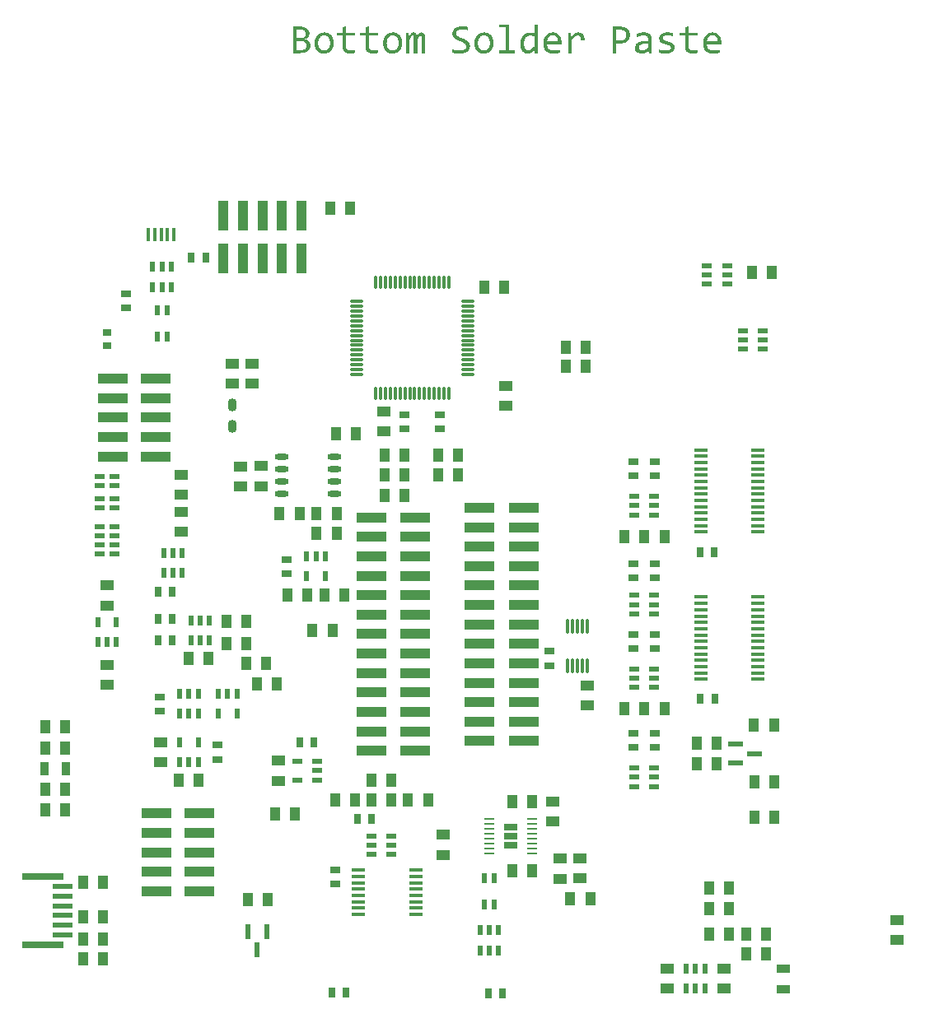
<source format=gbp>
G04 Layer_Color=128*
%FSLAX25Y25*%
%MOIN*%
G70*
G01*
G75*
%ADD10R,0.05315X0.04134*%
%ADD11R,0.03937X0.03143*%
%ADD13O,0.05512X0.01100*%
%ADD18R,0.05551X0.03583*%
%ADD19R,0.05709X0.03937*%
%ADD20R,0.03937X0.05709*%
%ADD21R,0.03143X0.03937*%
%ADD25R,0.02165X0.05906*%
%ADD26R,0.01575X0.05315*%
%ADD27R,0.16535X0.02756*%
%ADD28R,0.07874X0.02362*%
%ADD30R,0.03740X0.03150*%
%ADD31R,0.03583X0.05551*%
%ADD32R,0.04134X0.05315*%
%ADD37O,0.01100X0.05512*%
%ADD40O,0.05709X0.02362*%
%ADD98R,0.02165X0.04134*%
%ADD99R,0.03937X0.02362*%
%ADD100O,0.05512X0.01575*%
%ADD101O,0.03543X0.05315*%
%ADD102R,0.12400X0.04016*%
%ADD103R,0.04016X0.12400*%
%ADD104R,0.02362X0.04331*%
%ADD105R,0.05906X0.02165*%
%ADD106O,0.01150X0.06496*%
%ADD107O,0.05512X0.01600*%
%ADD108R,0.04134X0.02165*%
%ADD109R,0.03976X0.01150*%
%ADD111R,0.11900X0.04000*%
%ADD137R,0.05512X0.02756*%
G36*
X154899Y57628D02*
X158616D01*
Y56425D01*
X154899D01*
Y52235D01*
Y52216D01*
Y52198D01*
Y52089D01*
X154917Y51943D01*
X154954Y51743D01*
X155008Y51524D01*
X155099Y51305D01*
X155209Y51105D01*
X155373Y50923D01*
X155391Y50905D01*
X155464Y50850D01*
X155573Y50777D01*
X155719Y50704D01*
X155919Y50631D01*
X156156Y50558D01*
X156429Y50504D01*
X156757Y50485D01*
X157012D01*
X157140Y50504D01*
X157304D01*
X157632Y50540D01*
X157650D01*
X157723Y50558D01*
X157814D01*
X157942Y50595D01*
X158087Y50613D01*
X158251Y50649D01*
X158616Y50740D01*
Y49501D01*
X158598D01*
X158525Y49483D01*
X158433Y49465D01*
X158306Y49447D01*
X158142Y49410D01*
X157978Y49392D01*
X157595Y49338D01*
X157504D01*
X157413Y49319D01*
X157267D01*
X157122Y49301D01*
X156939D01*
X156557Y49283D01*
X156411D01*
X156302Y49301D01*
X156174D01*
X156028Y49319D01*
X155682Y49374D01*
X155318Y49447D01*
X154935Y49574D01*
X154571Y49738D01*
X154389Y49848D01*
X154243Y49975D01*
X154207Y50012D01*
X154115Y50103D01*
X154006Y50267D01*
X153860Y50504D01*
X153715Y50813D01*
X153605Y51178D01*
X153514Y51615D01*
X153478Y52125D01*
Y56425D01*
X151182D01*
Y57628D01*
X153478D01*
Y59887D01*
X154899Y60269D01*
Y57628D01*
D02*
G37*
G36*
X284224D02*
X287941D01*
Y56425D01*
X284224D01*
Y52235D01*
Y52216D01*
Y52198D01*
Y52089D01*
X284243Y51943D01*
X284279Y51743D01*
X284334Y51524D01*
X284425Y51305D01*
X284534Y51105D01*
X284698Y50923D01*
X284716Y50905D01*
X284789Y50850D01*
X284898Y50777D01*
X285044Y50704D01*
X285245Y50631D01*
X285482Y50558D01*
X285755Y50504D01*
X286083Y50485D01*
X286338D01*
X286466Y50504D01*
X286629D01*
X286957Y50540D01*
X286976D01*
X287049Y50558D01*
X287140D01*
X287267Y50595D01*
X287413Y50613D01*
X287577Y50649D01*
X287941Y50740D01*
Y49501D01*
X287923D01*
X287850Y49483D01*
X287759Y49465D01*
X287632Y49447D01*
X287468Y49410D01*
X287304Y49392D01*
X286921Y49338D01*
X286830D01*
X286739Y49319D01*
X286593D01*
X286447Y49301D01*
X286265D01*
X285882Y49283D01*
X285737D01*
X285627Y49301D01*
X285500D01*
X285354Y49319D01*
X285008Y49374D01*
X284644Y49447D01*
X284261Y49574D01*
X283896Y49738D01*
X283714Y49848D01*
X283569Y49975D01*
X283532Y50012D01*
X283441Y50103D01*
X283332Y50267D01*
X283186Y50504D01*
X283040Y50813D01*
X282931Y51178D01*
X282840Y51615D01*
X282803Y52125D01*
Y56425D01*
X280507D01*
Y57628D01*
X282803D01*
Y59887D01*
X284224Y60269D01*
Y57628D01*
D02*
G37*
G36*
X294245Y57755D02*
X294446Y57737D01*
X294683Y57701D01*
X294938Y57664D01*
X295193Y57591D01*
X295448Y57500D01*
X295484Y57482D01*
X295557Y57445D01*
X295685Y57391D01*
X295849Y57300D01*
X296013Y57190D01*
X296213Y57063D01*
X296395Y56899D01*
X296578Y56717D01*
X296596Y56698D01*
X296650Y56625D01*
X296742Y56516D01*
X296833Y56389D01*
X296942Y56207D01*
X297070Y56006D01*
X297179Y55769D01*
X297270Y55514D01*
X297288Y55478D01*
X297306Y55387D01*
X297343Y55241D01*
X297397Y55059D01*
X297434Y54822D01*
X297470Y54567D01*
X297489Y54275D01*
X297507Y53947D01*
Y53929D01*
Y53892D01*
Y53838D01*
Y53765D01*
Y53601D01*
X297489Y53419D01*
Y53382D01*
Y53291D01*
Y53182D01*
X297470Y53054D01*
X291695D01*
Y53036D01*
Y53000D01*
Y52927D01*
X291713Y52854D01*
Y52745D01*
X291731Y52617D01*
X291786Y52326D01*
X291859Y52016D01*
X291986Y51688D01*
X292150Y51378D01*
X292387Y51105D01*
X292423Y51068D01*
X292514Y50995D01*
X292678Y50886D01*
X292915Y50777D01*
X293207Y50649D01*
X293553Y50540D01*
X293954Y50467D01*
X294428Y50431D01*
X294883D01*
X295138Y50449D01*
X295193D01*
X295266Y50467D01*
X295357D01*
X295594Y50504D01*
X295830Y50522D01*
X295849D01*
X295885Y50540D01*
X295958D01*
X296049Y50558D01*
X296250Y50595D01*
X296486Y50631D01*
X296505D01*
X296541Y50649D01*
X296596Y50668D01*
X296669Y50686D01*
X296869Y50722D01*
X297070Y50777D01*
Y49611D01*
X297051D01*
X296960Y49593D01*
X296851Y49556D01*
X296687Y49520D01*
X296486Y49483D01*
X296268Y49429D01*
X296013Y49392D01*
X295739Y49356D01*
X295703D01*
X295612Y49338D01*
X295466Y49319D01*
X295284Y49301D01*
X295047Y49283D01*
X294792Y49265D01*
X294519Y49246D01*
X294045D01*
X293845Y49265D01*
X293608Y49283D01*
X293316Y49319D01*
X293006Y49356D01*
X292697Y49429D01*
X292405Y49520D01*
X292369Y49538D01*
X292278Y49574D01*
X292132Y49647D01*
X291968Y49738D01*
X291768Y49848D01*
X291549Y49994D01*
X291348Y50157D01*
X291148Y50358D01*
X291130Y50376D01*
X291075Y50449D01*
X290984Y50577D01*
X290875Y50722D01*
X290747Y50923D01*
X290638Y51141D01*
X290510Y51415D01*
X290419Y51688D01*
Y51706D01*
Y51724D01*
X290383Y51834D01*
X290346Y51998D01*
X290310Y52216D01*
X290273Y52490D01*
X290237Y52781D01*
X290219Y53127D01*
X290201Y53492D01*
Y53510D01*
Y53528D01*
Y53637D01*
X290219Y53801D01*
X290237Y54020D01*
X290255Y54257D01*
X290310Y54530D01*
X290365Y54822D01*
X290437Y55113D01*
Y55132D01*
X290456Y55150D01*
X290492Y55241D01*
X290547Y55387D01*
X290620Y55587D01*
X290729Y55787D01*
X290857Y56024D01*
X291002Y56261D01*
X291166Y56480D01*
X291184Y56498D01*
X291257Y56571D01*
X291367Y56680D01*
X291494Y56826D01*
X291676Y56972D01*
X291877Y57136D01*
X292095Y57281D01*
X292351Y57427D01*
X292387Y57445D01*
X292478Y57482D01*
X292624Y57537D01*
X292806Y57609D01*
X293043Y57664D01*
X293316Y57719D01*
X293608Y57755D01*
X293936Y57773D01*
X294081D01*
X294245Y57755D01*
D02*
G37*
G36*
X145661Y57628D02*
X149378D01*
Y56425D01*
X145661D01*
Y52235D01*
Y52216D01*
Y52198D01*
Y52089D01*
X145679Y51943D01*
X145716Y51743D01*
X145771Y51524D01*
X145862Y51305D01*
X145971Y51105D01*
X146135Y50923D01*
X146153Y50905D01*
X146226Y50850D01*
X146335Y50777D01*
X146481Y50704D01*
X146682Y50631D01*
X146918Y50558D01*
X147192Y50504D01*
X147520Y50485D01*
X147775D01*
X147902Y50504D01*
X148066D01*
X148394Y50540D01*
X148413D01*
X148485Y50558D01*
X148576D01*
X148704Y50595D01*
X148850Y50613D01*
X149014Y50649D01*
X149378Y50740D01*
Y49501D01*
X149360D01*
X149287Y49483D01*
X149196Y49465D01*
X149068Y49447D01*
X148905Y49410D01*
X148740Y49392D01*
X148358Y49338D01*
X148267D01*
X148176Y49319D01*
X148030D01*
X147884Y49301D01*
X147702D01*
X147319Y49283D01*
X147174D01*
X147064Y49301D01*
X146937D01*
X146791Y49319D01*
X146445Y49374D01*
X146080Y49447D01*
X145698Y49574D01*
X145333Y49738D01*
X145151Y49848D01*
X145005Y49975D01*
X144969Y50012D01*
X144878Y50103D01*
X144769Y50267D01*
X144623Y50504D01*
X144477Y50813D01*
X144368Y51178D01*
X144277Y51615D01*
X144240Y52125D01*
Y56425D01*
X141944D01*
Y57628D01*
X144240D01*
Y59887D01*
X145661Y60269D01*
Y57628D01*
D02*
G37*
G36*
X266642Y57755D02*
X266843Y57737D01*
X267079Y57701D01*
X267535Y57609D01*
X267553D01*
X267644Y57573D01*
X267754Y57537D01*
X267881Y57482D01*
X268045Y57409D01*
X268209Y57318D01*
X268373Y57227D01*
X268537Y57099D01*
X268555Y57081D01*
X268610Y57045D01*
X268683Y56972D01*
X268774Y56881D01*
X268883Y56753D01*
X268992Y56607D01*
X269084Y56443D01*
X269175Y56261D01*
X269193Y56243D01*
X269211Y56170D01*
X269248Y56061D01*
X269302Y55915D01*
X269339Y55751D01*
X269375Y55532D01*
X269393Y55314D01*
X269411Y55059D01*
Y49392D01*
X268118D01*
X268081Y50485D01*
X268045Y50449D01*
X267972Y50376D01*
X267826Y50267D01*
X267662Y50121D01*
X267444Y49975D01*
X267225Y49811D01*
X266970Y49665D01*
X266715Y49538D01*
X266679Y49520D01*
X266587Y49501D01*
X266460Y49447D01*
X266278Y49392D01*
X266059Y49338D01*
X265804Y49301D01*
X265549Y49265D01*
X265257Y49246D01*
X265148D01*
X265020Y49265D01*
X264857D01*
X264656Y49283D01*
X264456Y49319D01*
X264055Y49410D01*
X264037D01*
X263982Y49447D01*
X263891Y49483D01*
X263763Y49538D01*
X263508Y49702D01*
X263235Y49902D01*
X263217Y49921D01*
X263180Y49957D01*
X263126Y50030D01*
X263053Y50121D01*
X262980Y50230D01*
X262889Y50358D01*
X262761Y50649D01*
Y50668D01*
X262743Y50722D01*
X262725Y50813D01*
X262688Y50923D01*
X262670Y51068D01*
X262634Y51232D01*
X262615Y51579D01*
Y51597D01*
Y51633D01*
Y51706D01*
X262634Y51779D01*
X262652Y51888D01*
X262670Y52016D01*
X262725Y52289D01*
X262834Y52599D01*
X262998Y52927D01*
X263107Y53091D01*
X263235Y53237D01*
X263363Y53382D01*
X263527Y53528D01*
X263545D01*
X263563Y53565D01*
X263618Y53601D01*
X263709Y53637D01*
X263800Y53692D01*
X263909Y53747D01*
X264055Y53820D01*
X264219Y53892D01*
X264401Y53947D01*
X264601Y54020D01*
X264820Y54075D01*
X265075Y54129D01*
X265330Y54166D01*
X265622Y54202D01*
X265932Y54239D01*
X267972D01*
Y54949D01*
Y54986D01*
Y55077D01*
X267954Y55204D01*
X267917Y55368D01*
X267863Y55550D01*
X267772Y55751D01*
X267662Y55933D01*
X267498Y56115D01*
X267480Y56134D01*
X267407Y56188D01*
X267298Y56261D01*
X267152Y56334D01*
X266952Y56407D01*
X266697Y56480D01*
X266405Y56534D01*
X266077Y56553D01*
X265822D01*
X265640Y56534D01*
X265421Y56516D01*
X265203Y56480D01*
X264693Y56389D01*
X264656D01*
X264583Y56352D01*
X264438Y56316D01*
X264274Y56279D01*
X264055Y56207D01*
X263818Y56134D01*
X263563Y56042D01*
X263308Y55951D01*
Y57245D01*
X263326D01*
X263363Y57263D01*
X263399Y57281D01*
X263472Y57300D01*
X263654Y57354D01*
X263891Y57427D01*
X263909D01*
X263946Y57445D01*
X264018Y57464D01*
X264109Y57482D01*
X264346Y57537D01*
X264601Y57591D01*
X264620D01*
X264674Y57609D01*
X264747Y57628D01*
X264838Y57646D01*
X264948Y57664D01*
X265075Y57682D01*
X265367Y57719D01*
X265385D01*
X265440Y57737D01*
X265512D01*
X265622Y57755D01*
X265749D01*
X265877Y57773D01*
X266460D01*
X266642Y57755D01*
D02*
G37*
G36*
X257077Y60087D02*
X257313Y60069D01*
X257569Y60033D01*
X258115Y59923D01*
X258152D01*
X258243Y59887D01*
X258370Y59851D01*
X258552Y59778D01*
X258753Y59705D01*
X258953Y59595D01*
X259172Y59486D01*
X259390Y59340D01*
X259409Y59322D01*
X259482Y59267D01*
X259591Y59195D01*
X259718Y59067D01*
X259864Y58921D01*
X260010Y58757D01*
X260156Y58557D01*
X260283Y58338D01*
X260301Y58302D01*
X260338Y58229D01*
X260393Y58101D01*
X260447Y57919D01*
X260502Y57701D01*
X260557Y57445D01*
X260593Y57154D01*
X260611Y56826D01*
Y56789D01*
Y56717D01*
X260593Y56589D01*
X260575Y56425D01*
X260557Y56225D01*
X260502Y55988D01*
X260447Y55751D01*
X260356Y55514D01*
X260338Y55478D01*
X260320Y55405D01*
X260247Y55277D01*
X260174Y55132D01*
X260065Y54949D01*
X259937Y54767D01*
X259773Y54567D01*
X259591Y54366D01*
X259573Y54348D01*
X259500Y54275D01*
X259390Y54184D01*
X259245Y54075D01*
X259044Y53947D01*
X258826Y53801D01*
X258571Y53674D01*
X258279Y53546D01*
X258243Y53528D01*
X258133Y53492D01*
X257969Y53455D01*
X257733Y53401D01*
X257459Y53328D01*
X257131Y53291D01*
X256749Y53255D01*
X256348Y53237D01*
X255036D01*
Y49392D01*
X253578D01*
Y60106D01*
X256876D01*
X257077Y60087D01*
D02*
G37*
G36*
X127605D02*
X127824Y60069D01*
X128097Y60033D01*
X128389Y59960D01*
X128717Y59887D01*
X129045Y59778D01*
X129373Y59650D01*
X129701Y59468D01*
X129992Y59267D01*
X130265Y59012D01*
X130484Y58703D01*
X130666Y58356D01*
X130776Y57956D01*
X130794Y57737D01*
X130812Y57500D01*
Y57482D01*
Y57464D01*
Y57354D01*
X130794Y57190D01*
X130757Y56990D01*
X130703Y56753D01*
X130630Y56498D01*
X130539Y56243D01*
X130393Y56006D01*
X130375Y55988D01*
X130320Y55897D01*
X130211Y55787D01*
X130083Y55660D01*
X129901Y55514D01*
X129664Y55350D01*
X129391Y55204D01*
X129063Y55077D01*
X129081D01*
X129136Y55059D01*
X129227Y55040D01*
X129336Y55022D01*
X129591Y54931D01*
X129883Y54804D01*
X129901D01*
X129956Y54767D01*
X130028Y54731D01*
X130120Y54658D01*
X130338Y54512D01*
X130557Y54293D01*
X130575Y54275D01*
X130612Y54239D01*
X130666Y54166D01*
X130721Y54093D01*
X130794Y53984D01*
X130867Y53856D01*
X131012Y53546D01*
Y53528D01*
X131049Y53474D01*
X131067Y53382D01*
X131104Y53273D01*
X131140Y53127D01*
X131158Y52963D01*
X131195Y52599D01*
Y52562D01*
Y52471D01*
X131176Y52326D01*
X131158Y52125D01*
X131122Y51925D01*
X131067Y51688D01*
X130994Y51451D01*
X130885Y51214D01*
X130867Y51196D01*
X130830Y51123D01*
X130757Y51014D01*
X130666Y50868D01*
X130557Y50722D01*
X130411Y50540D01*
X130247Y50376D01*
X130047Y50212D01*
X130028Y50194D01*
X129956Y50139D01*
X129828Y50066D01*
X129682Y49994D01*
X129482Y49884D01*
X129263Y49775D01*
X129008Y49684D01*
X128717Y49593D01*
X128680D01*
X128589Y49556D01*
X128425Y49538D01*
X128225Y49501D01*
X127970Y49465D01*
X127678Y49429D01*
X127350Y49410D01*
X127004Y49392D01*
X124253D01*
Y60106D01*
X127423D01*
X127605Y60087D01*
D02*
G37*
G36*
X211636Y50577D02*
X214096D01*
Y49392D01*
X207500D01*
Y50577D01*
X210196D01*
Y59814D01*
X207773D01*
Y60980D01*
X211636D01*
Y50577D01*
D02*
G37*
G36*
X229583Y57755D02*
X229783Y57737D01*
X230020Y57701D01*
X230275Y57664D01*
X230530Y57591D01*
X230785Y57500D01*
X230822Y57482D01*
X230894Y57445D01*
X231022Y57391D01*
X231186Y57300D01*
X231350Y57190D01*
X231550Y57063D01*
X231733Y56899D01*
X231915Y56717D01*
X231933Y56698D01*
X231988Y56625D01*
X232079Y56516D01*
X232170Y56389D01*
X232279Y56207D01*
X232407Y56006D01*
X232516Y55769D01*
X232607Y55514D01*
X232625Y55478D01*
X232644Y55387D01*
X232680Y55241D01*
X232735Y55059D01*
X232771Y54822D01*
X232808Y54567D01*
X232826Y54275D01*
X232844Y53947D01*
Y53929D01*
Y53892D01*
Y53838D01*
Y53765D01*
Y53601D01*
X232826Y53419D01*
Y53382D01*
Y53291D01*
Y53182D01*
X232808Y53054D01*
X227032D01*
Y53036D01*
Y53000D01*
Y52927D01*
X227050Y52854D01*
Y52745D01*
X227068Y52617D01*
X227123Y52326D01*
X227196Y52016D01*
X227323Y51688D01*
X227487Y51378D01*
X227724Y51105D01*
X227761Y51068D01*
X227852Y50995D01*
X228016Y50886D01*
X228253Y50777D01*
X228544Y50649D01*
X228890Y50540D01*
X229291Y50467D01*
X229765Y50431D01*
X230220D01*
X230475Y50449D01*
X230530D01*
X230603Y50467D01*
X230694D01*
X230931Y50504D01*
X231168Y50522D01*
X231186D01*
X231222Y50540D01*
X231295D01*
X231386Y50558D01*
X231587Y50595D01*
X231824Y50631D01*
X231842D01*
X231878Y50649D01*
X231933Y50668D01*
X232006Y50686D01*
X232206Y50722D01*
X232407Y50777D01*
Y49611D01*
X232388D01*
X232297Y49593D01*
X232188Y49556D01*
X232024Y49520D01*
X231824Y49483D01*
X231605Y49429D01*
X231350Y49392D01*
X231077Y49356D01*
X231040D01*
X230949Y49338D01*
X230803Y49319D01*
X230621Y49301D01*
X230384Y49283D01*
X230129Y49265D01*
X229856Y49246D01*
X229382D01*
X229182Y49265D01*
X228945Y49283D01*
X228653Y49319D01*
X228344Y49356D01*
X228034Y49429D01*
X227742Y49520D01*
X227706Y49538D01*
X227615Y49574D01*
X227469Y49647D01*
X227305Y49738D01*
X227105Y49848D01*
X226886Y49994D01*
X226686Y50157D01*
X226485Y50358D01*
X226467Y50376D01*
X226412Y50449D01*
X226321Y50577D01*
X226212Y50722D01*
X226084Y50923D01*
X225975Y51141D01*
X225848Y51415D01*
X225756Y51688D01*
Y51706D01*
Y51724D01*
X225720Y51834D01*
X225683Y51998D01*
X225647Y52216D01*
X225611Y52490D01*
X225574Y52781D01*
X225556Y53127D01*
X225538Y53492D01*
Y53510D01*
Y53528D01*
Y53637D01*
X225556Y53801D01*
X225574Y54020D01*
X225592Y54257D01*
X225647Y54530D01*
X225702Y54822D01*
X225775Y55113D01*
Y55132D01*
X225793Y55150D01*
X225829Y55241D01*
X225884Y55387D01*
X225957Y55587D01*
X226066Y55787D01*
X226194Y56024D01*
X226340Y56261D01*
X226503Y56480D01*
X226522Y56498D01*
X226594Y56571D01*
X226704Y56680D01*
X226831Y56826D01*
X227014Y56972D01*
X227214Y57136D01*
X227433Y57281D01*
X227688Y57427D01*
X227724Y57445D01*
X227815Y57482D01*
X227961Y57537D01*
X228143Y57609D01*
X228380Y57664D01*
X228653Y57719D01*
X228945Y57755D01*
X229273Y57773D01*
X229419D01*
X229583Y57755D01*
D02*
G37*
G36*
X276208D02*
X276390D01*
X276809Y57719D01*
X276827D01*
X276918Y57701D01*
X277028D01*
X277191Y57682D01*
X277374Y57646D01*
X277574Y57628D01*
X277811Y57573D01*
X278048Y57537D01*
Y56261D01*
X278011D01*
X277939Y56298D01*
X277811Y56316D01*
X277629Y56352D01*
X277447Y56389D01*
X277228Y56425D01*
X276772Y56498D01*
X276754D01*
X276663Y56516D01*
X276554Y56534D01*
X276408Y56553D01*
X276244D01*
X276080Y56571D01*
X275716Y56589D01*
X275534D01*
X275406Y56571D01*
X275114Y56553D01*
X274823Y56498D01*
X274805D01*
X274768Y56480D01*
X274695Y56462D01*
X274604Y56443D01*
X274422Y56352D01*
X274222Y56261D01*
X274185Y56243D01*
X274094Y56170D01*
X274003Y56061D01*
X273912Y55933D01*
X273894Y55897D01*
X273875Y55806D01*
X273839Y55678D01*
X273821Y55514D01*
Y55496D01*
Y55478D01*
X273839Y55387D01*
X273857Y55259D01*
X273894Y55113D01*
X273912Y55077D01*
X273967Y55004D01*
X274076Y54895D01*
X274222Y54767D01*
X274240D01*
X274258Y54731D01*
X274313Y54712D01*
X274386Y54658D01*
X274495Y54603D01*
X274604Y54549D01*
X274732Y54494D01*
X274878Y54421D01*
X274896D01*
X274950Y54384D01*
X275042Y54366D01*
X275169Y54312D01*
X275333Y54257D01*
X275515Y54202D01*
X275716Y54148D01*
X275953Y54075D01*
X275989Y54057D01*
X276080Y54038D01*
X276208Y54002D01*
X276390Y53929D01*
X276590Y53874D01*
X276791Y53783D01*
X276991Y53710D01*
X277191Y53619D01*
X277210Y53601D01*
X277283Y53583D01*
X277356Y53528D01*
X277483Y53474D01*
X277738Y53291D01*
X277993Y53091D01*
X278011Y53073D01*
X278048Y53036D01*
X278102Y52982D01*
X278175Y52909D01*
X278321Y52708D01*
X278394Y52581D01*
X278449Y52453D01*
Y52435D01*
X278467Y52399D01*
X278503Y52307D01*
X278521Y52216D01*
X278558Y52089D01*
X278576Y51961D01*
X278594Y51633D01*
Y51615D01*
Y51560D01*
Y51469D01*
X278576Y51378D01*
X278521Y51123D01*
X278430Y50850D01*
Y50832D01*
X278412Y50795D01*
X278376Y50722D01*
X278321Y50649D01*
X278194Y50449D01*
X278030Y50230D01*
X278011Y50212D01*
X277993Y50194D01*
X277939Y50139D01*
X277866Y50085D01*
X277665Y49939D01*
X277428Y49775D01*
X277410D01*
X277374Y49738D01*
X277301Y49720D01*
X277210Y49665D01*
X276991Y49574D01*
X276718Y49483D01*
X276699D01*
X276663Y49465D01*
X276572Y49447D01*
X276481Y49429D01*
X276372Y49392D01*
X276226Y49374D01*
X275934Y49319D01*
X275916D01*
X275861Y49301D01*
X275788D01*
X275679Y49283D01*
X275442Y49265D01*
X275151Y49246D01*
X274841D01*
X274641Y49265D01*
X274404D01*
X274149Y49283D01*
X273602Y49319D01*
X273566D01*
X273493Y49338D01*
X273347Y49356D01*
X273183Y49374D01*
X272964Y49410D01*
X272746Y49447D01*
X272254Y49556D01*
Y50868D01*
X272290D01*
X272381Y50832D01*
X272509Y50795D01*
X272691Y50740D01*
X272910Y50686D01*
X273147Y50631D01*
X273675Y50540D01*
X273711D01*
X273803Y50522D01*
X273930Y50504D01*
X274112D01*
X274331Y50485D01*
X274568Y50467D01*
X275096Y50449D01*
X275260D01*
X275442Y50467D01*
X275661Y50485D01*
X275916Y50522D01*
X276171Y50558D01*
X276408Y50631D01*
X276608Y50722D01*
X276627Y50740D01*
X276681Y50777D01*
X276772Y50832D01*
X276864Y50923D01*
X276955Y51032D01*
X277046Y51178D01*
X277100Y51342D01*
X277119Y51524D01*
Y51542D01*
Y51560D01*
X277100Y51652D01*
X277082Y51779D01*
X277028Y51907D01*
X277009Y51943D01*
X276973Y52016D01*
X276882Y52125D01*
X276736Y52253D01*
X276699Y52289D01*
X276645Y52307D01*
X276590Y52362D01*
X276499Y52399D01*
X276390Y52453D01*
X276244Y52526D01*
X276098Y52581D01*
X276080D01*
X276025Y52617D01*
X275934Y52654D01*
X275788Y52708D01*
X275625Y52763D01*
X275424Y52836D01*
X275205Y52909D01*
X274932Y52982D01*
X274914D01*
X274841Y53018D01*
X274732Y53036D01*
X274604Y53091D01*
X274440Y53145D01*
X274276Y53200D01*
X273912Y53346D01*
X273894Y53364D01*
X273839Y53382D01*
X273748Y53437D01*
X273639Y53492D01*
X273365Y53637D01*
X273092Y53838D01*
X273074Y53856D01*
X273037Y53892D01*
X272964Y53947D01*
X272892Y54038D01*
X272709Y54239D01*
X272545Y54512D01*
Y54530D01*
X272509Y54585D01*
X272491Y54658D01*
X272454Y54767D01*
X272418Y54895D01*
X272400Y55059D01*
X272363Y55241D01*
Y55423D01*
Y55441D01*
Y55478D01*
Y55550D01*
X272381Y55642D01*
X272400Y55751D01*
X272418Y55879D01*
X272509Y56170D01*
Y56188D01*
X272545Y56243D01*
X272582Y56316D01*
X272637Y56425D01*
X272709Y56534D01*
X272800Y56662D01*
X272928Y56808D01*
X273056Y56935D01*
X273074Y56954D01*
X273128Y56990D01*
X273219Y57063D01*
X273329Y57154D01*
X273475Y57245D01*
X273657Y57336D01*
X273857Y57445D01*
X274094Y57537D01*
X274131Y57555D01*
X274222Y57573D01*
X274349Y57609D01*
X274550Y57664D01*
X274786Y57701D01*
X275060Y57737D01*
X275388Y57755D01*
X275734Y57773D01*
X276062D01*
X276208Y57755D01*
D02*
G37*
G36*
X239877D02*
X239968D01*
X240096Y57737D01*
X240387Y57664D01*
X240697Y57573D01*
X241007Y57427D01*
X241316Y57209D01*
X241462Y57081D01*
X241590Y56935D01*
X241626Y56899D01*
X241644Y56844D01*
X241699Y56789D01*
X241735Y56698D01*
X241790Y56589D01*
X241863Y56462D01*
X241918Y56316D01*
X241972Y56152D01*
X242027Y55988D01*
X242081Y55787D01*
X242136Y55569D01*
X242173Y55314D01*
X242191Y55059D01*
X242209Y54785D01*
Y54494D01*
X240770D01*
Y54512D01*
Y54549D01*
Y54603D01*
Y54676D01*
X240752Y54858D01*
X240733Y55077D01*
X240697Y55332D01*
X240642Y55587D01*
X240551Y55842D01*
X240442Y56042D01*
X240423Y56061D01*
X240387Y56115D01*
X240296Y56207D01*
X240187Y56298D01*
X240041Y56371D01*
X239877Y56462D01*
X239676Y56516D01*
X239440Y56534D01*
X239330D01*
X239276Y56516D01*
X239093Y56498D01*
X238875Y56425D01*
X238857D01*
X238820Y56407D01*
X238766Y56389D01*
X238693Y56352D01*
X238492Y56243D01*
X238274Y56097D01*
X238255Y56079D01*
X238219Y56061D01*
X238164Y56006D01*
X238073Y55951D01*
X237873Y55751D01*
X237618Y55514D01*
X237599Y55496D01*
X237563Y55459D01*
X237490Y55387D01*
X237399Y55277D01*
X237290Y55150D01*
X237162Y55022D01*
X237035Y54858D01*
X236889Y54676D01*
Y49392D01*
X235450D01*
Y57628D01*
X236743D01*
X236779Y56097D01*
Y56115D01*
X236816Y56134D01*
X236907Y56243D01*
X237053Y56389D01*
X237235Y56589D01*
X237454Y56789D01*
X237690Y57008D01*
X237946Y57209D01*
X238219Y57373D01*
X238255Y57391D01*
X238346Y57427D01*
X238474Y57500D01*
X238674Y57573D01*
X238875Y57646D01*
X239130Y57719D01*
X239385Y57755D01*
X239658Y57773D01*
X239786D01*
X239877Y57755D01*
D02*
G37*
G36*
X193015Y60251D02*
X193234Y60233D01*
X193343D01*
X193434Y60215D01*
X193635Y60197D01*
X193871Y60160D01*
X193926D01*
X193999Y60142D01*
X194072D01*
X194272Y60106D01*
X194509Y60069D01*
X194564D01*
X194637Y60051D01*
X194710Y60033D01*
X194910Y59996D01*
X195110Y59960D01*
Y58648D01*
X195074D01*
X195001Y58684D01*
X194873Y58703D01*
X194710Y58739D01*
X194527Y58776D01*
X194309Y58830D01*
X193835Y58903D01*
X193817D01*
X193726Y58921D01*
X193616Y58939D01*
X193452Y58958D01*
X193270Y58976D01*
X193052Y58994D01*
X192614Y59012D01*
X192414D01*
X192195Y58994D01*
X191922Y58958D01*
X191612Y58903D01*
X191302Y58830D01*
X191029Y58721D01*
X190774Y58575D01*
X190756Y58557D01*
X190683Y58502D01*
X190592Y58411D01*
X190482Y58284D01*
X190373Y58120D01*
X190282Y57919D01*
X190209Y57701D01*
X190191Y57445D01*
Y57427D01*
Y57373D01*
X190209Y57300D01*
X190227Y57190D01*
X190300Y56954D01*
X190355Y56826D01*
X190428Y56698D01*
X190446Y56680D01*
X190464Y56644D01*
X190519Y56589D01*
X190592Y56516D01*
X190792Y56334D01*
X191047Y56134D01*
X191066Y56115D01*
X191120Y56097D01*
X191193Y56042D01*
X191321Y55988D01*
X191448Y55915D01*
X191594Y55842D01*
X191958Y55696D01*
X191976D01*
X192049Y55660D01*
X192140Y55623D01*
X192286Y55569D01*
X192432Y55514D01*
X192596Y55441D01*
X192979Y55277D01*
X192997D01*
X193070Y55241D01*
X193179Y55204D01*
X193307Y55150D01*
X193471Y55077D01*
X193635Y55004D01*
X194017Y54822D01*
X194035Y54804D01*
X194108Y54785D01*
X194199Y54731D01*
X194327Y54658D01*
X194618Y54457D01*
X194910Y54220D01*
X194928Y54202D01*
X194983Y54166D01*
X195056Y54093D01*
X195147Y53984D01*
X195238Y53874D01*
X195347Y53728D01*
X195548Y53401D01*
X195566Y53382D01*
X195584Y53310D01*
X195621Y53218D01*
X195675Y53091D01*
X195730Y52927D01*
X195766Y52726D01*
X195784Y52526D01*
X195803Y52289D01*
Y52253D01*
Y52162D01*
X195784Y52016D01*
X195766Y51834D01*
X195730Y51633D01*
X195657Y51396D01*
X195584Y51160D01*
X195475Y50941D01*
X195457Y50923D01*
X195420Y50850D01*
X195347Y50740D01*
X195256Y50613D01*
X195129Y50467D01*
X194983Y50303D01*
X194801Y50139D01*
X194600Y49994D01*
X194582Y49975D01*
X194509Y49939D01*
X194382Y49866D01*
X194236Y49775D01*
X194035Y49684D01*
X193817Y49593D01*
X193562Y49501D01*
X193270Y49429D01*
X193234D01*
X193143Y49392D01*
X192979Y49374D01*
X192760Y49338D01*
X192505Y49301D01*
X192213Y49283D01*
X191885Y49246D01*
X191284D01*
X191138Y49265D01*
X191011D01*
X190683Y49283D01*
X190610D01*
X190537Y49301D01*
X190428D01*
X190173Y49338D01*
X189881Y49374D01*
X189808D01*
X189735Y49392D01*
X189644D01*
X189408Y49429D01*
X189152Y49465D01*
X189134D01*
X189098Y49483D01*
X189025Y49501D01*
X188952Y49520D01*
X188752Y49574D01*
X188533Y49629D01*
Y51032D01*
X188569Y51014D01*
X188642Y50995D01*
X188770Y50959D01*
X188934Y50905D01*
X189134Y50832D01*
X189371Y50777D01*
X189626Y50722D01*
X189900Y50668D01*
X189936D01*
X190027Y50649D01*
X190191Y50631D01*
X190410Y50613D01*
X190665Y50577D01*
X190956Y50558D01*
X191284Y50540D01*
X191904D01*
X192068Y50558D01*
X192250D01*
X192450Y50595D01*
X192651Y50613D01*
X192851Y50649D01*
X192869D01*
X192942Y50668D01*
X193015Y50704D01*
X193143Y50722D01*
X193398Y50832D01*
X193653Y50959D01*
X193671Y50977D01*
X193707Y50995D01*
X193762Y51050D01*
X193835Y51105D01*
X193999Y51269D01*
X194126Y51487D01*
Y51506D01*
X194145Y51542D01*
X194181Y51615D01*
X194199Y51706D01*
X194236Y51815D01*
X194254Y51943D01*
X194272Y52216D01*
Y52235D01*
Y52289D01*
X194254Y52362D01*
X194236Y52471D01*
X194163Y52708D01*
X194108Y52818D01*
X194017Y52945D01*
X193999Y52963D01*
X193981Y53000D01*
X193926Y53054D01*
X193853Y53127D01*
X193762Y53218D01*
X193653Y53310D01*
X193379Y53492D01*
X193361Y53510D01*
X193307Y53528D01*
X193234Y53583D01*
X193124Y53637D01*
X192997Y53710D01*
X192851Y53783D01*
X192487Y53947D01*
X192469Y53965D01*
X192396Y53984D01*
X192305Y54020D01*
X192159Y54075D01*
X192013Y54129D01*
X191831Y54202D01*
X191448Y54348D01*
X191430Y54366D01*
X191357Y54384D01*
X191266Y54439D01*
X191138Y54494D01*
X190974Y54567D01*
X190811Y54640D01*
X190428Y54822D01*
X190410Y54840D01*
X190337Y54876D01*
X190246Y54913D01*
X190118Y54986D01*
X189991Y55077D01*
X189827Y55168D01*
X189517Y55405D01*
X189499Y55423D01*
X189462Y55459D01*
X189389Y55532D01*
X189298Y55642D01*
X189207Y55751D01*
X189098Y55897D01*
X188897Y56207D01*
X188879Y56225D01*
X188861Y56298D01*
X188824Y56389D01*
X188788Y56516D01*
X188733Y56680D01*
X188697Y56862D01*
X188679Y57081D01*
X188661Y57300D01*
Y57318D01*
Y57391D01*
X188679Y57500D01*
X188697Y57646D01*
X188715Y57810D01*
X188752Y57992D01*
X188806Y58192D01*
X188879Y58393D01*
X188897Y58411D01*
X188916Y58484D01*
X188988Y58575D01*
X189061Y58703D01*
X189152Y58848D01*
X189280Y59012D01*
X189426Y59176D01*
X189590Y59340D01*
X189608Y59359D01*
X189681Y59413D01*
X189790Y59486D01*
X189936Y59577D01*
X190100Y59686D01*
X190319Y59796D01*
X190555Y59905D01*
X190829Y60014D01*
X190865Y60033D01*
X190974Y60051D01*
X191120Y60087D01*
X191339Y60142D01*
X191612Y60197D01*
X191922Y60233D01*
X192268Y60251D01*
X192651Y60269D01*
X192833D01*
X193015Y60251D01*
D02*
G37*
G36*
X223224Y49392D02*
X221930D01*
X221876Y50941D01*
Y50923D01*
X221857Y50905D01*
X221766Y50795D01*
X221657Y50649D01*
X221493Y50449D01*
X221292Y50248D01*
X221074Y50030D01*
X220837Y49830D01*
X220582Y49647D01*
X220546Y49629D01*
X220454Y49593D01*
X220327Y49520D01*
X220126Y49447D01*
X219908Y49374D01*
X219653Y49301D01*
X219379Y49265D01*
X219070Y49246D01*
X218960D01*
X218815Y49265D01*
X218651Y49283D01*
X218468Y49319D01*
X218250Y49374D01*
X218049Y49447D01*
X217831Y49538D01*
X217812Y49556D01*
X217740Y49593D01*
X217649Y49665D01*
X217521Y49757D01*
X217375Y49866D01*
X217230Y50012D01*
X217084Y50176D01*
X216938Y50358D01*
X216920Y50376D01*
X216883Y50449D01*
X216810Y50577D01*
X216738Y50722D01*
X216646Y50923D01*
X216555Y51141D01*
X216464Y51378D01*
X216391Y51652D01*
Y51688D01*
X216373Y51779D01*
X216337Y51943D01*
X216318Y52143D01*
X216282Y52399D01*
X216246Y52690D01*
X216227Y53000D01*
Y53328D01*
Y53346D01*
Y53382D01*
Y53437D01*
Y53510D01*
X216246Y53692D01*
X216264Y53947D01*
X216300Y54239D01*
X216337Y54549D01*
X216410Y54876D01*
X216501Y55186D01*
Y55204D01*
X216519Y55223D01*
X216555Y55332D01*
X216628Y55478D01*
X216719Y55660D01*
X216829Y55879D01*
X216974Y56115D01*
X217138Y56352D01*
X217321Y56571D01*
X217339Y56589D01*
X217412Y56662D01*
X217521Y56771D01*
X217685Y56899D01*
X217867Y57026D01*
X218086Y57172D01*
X218323Y57300D01*
X218596Y57427D01*
X218632Y57445D01*
X218724Y57482D01*
X218887Y57518D01*
X219088Y57573D01*
X219325Y57628D01*
X219616Y57682D01*
X219926Y57701D01*
X220254Y57719D01*
X220491D01*
X220746Y57701D01*
X221019Y57664D01*
X221037D01*
X221092Y57646D01*
X221165D01*
X221256Y57628D01*
X221511Y57573D01*
X221784Y57500D01*
Y60980D01*
X223224D01*
Y49392D01*
D02*
G37*
G36*
X164920Y57755D02*
X165120Y57737D01*
X165375Y57701D01*
X165630Y57646D01*
X165904Y57573D01*
X166177Y57482D01*
X166214Y57464D01*
X166305Y57427D01*
X166432Y57373D01*
X166596Y57281D01*
X166778Y57172D01*
X166979Y57026D01*
X167179Y56862D01*
X167361Y56680D01*
X167379Y56662D01*
X167434Y56589D01*
X167525Y56480D01*
X167635Y56316D01*
X167762Y56134D01*
X167890Y55897D01*
X167999Y55642D01*
X168108Y55368D01*
X168127Y55332D01*
X168145Y55223D01*
X168199Y55059D01*
X168254Y54858D01*
X168290Y54585D01*
X168345Y54275D01*
X168363Y53929D01*
X168382Y53565D01*
Y53546D01*
Y53528D01*
Y53474D01*
Y53401D01*
X168363Y53218D01*
X168345Y52982D01*
X168309Y52708D01*
X168272Y52417D01*
X168199Y52107D01*
X168108Y51797D01*
X168090Y51761D01*
X168054Y51670D01*
X167999Y51524D01*
X167908Y51342D01*
X167799Y51123D01*
X167671Y50886D01*
X167507Y50649D01*
X167325Y50431D01*
X167307Y50412D01*
X167234Y50340D01*
X167124Y50230D01*
X166979Y50103D01*
X166797Y49975D01*
X166596Y49830D01*
X166341Y49684D01*
X166086Y49556D01*
X166050Y49538D01*
X165958Y49501D01*
X165813Y49465D01*
X165612Y49410D01*
X165357Y49338D01*
X165084Y49301D01*
X164774Y49265D01*
X164428Y49246D01*
X164282D01*
X164100Y49265D01*
X163900Y49283D01*
X163644Y49319D01*
X163371Y49356D01*
X163098Y49429D01*
X162824Y49520D01*
X162788Y49538D01*
X162715Y49574D01*
X162588Y49629D01*
X162424Y49720D01*
X162223Y49830D01*
X162041Y49975D01*
X161841Y50139D01*
X161640Y50321D01*
X161622Y50340D01*
X161567Y50412D01*
X161476Y50522D01*
X161367Y50686D01*
X161258Y50868D01*
X161130Y51105D01*
X161021Y51360D01*
X160911Y51633D01*
Y51652D01*
X160893Y51670D01*
X160875Y51779D01*
X160839Y51943D01*
X160784Y52162D01*
X160729Y52435D01*
X160693Y52745D01*
X160675Y53091D01*
X160656Y53455D01*
Y53474D01*
Y53492D01*
Y53546D01*
Y53619D01*
X160675Y53801D01*
X160693Y54020D01*
X160711Y54293D01*
X160766Y54585D01*
X160820Y54895D01*
X160911Y55186D01*
Y55204D01*
X160930Y55223D01*
X160966Y55314D01*
X161021Y55478D01*
X161112Y55660D01*
X161221Y55879D01*
X161367Y56097D01*
X161513Y56334D01*
X161695Y56553D01*
X161713Y56571D01*
X161786Y56644D01*
X161895Y56753D01*
X162041Y56881D01*
X162223Y57026D01*
X162442Y57172D01*
X162679Y57318D01*
X162934Y57445D01*
X162970Y57464D01*
X163061Y57500D01*
X163207Y57555D01*
X163408Y57609D01*
X163663Y57664D01*
X163936Y57719D01*
X164246Y57755D01*
X164592Y57773D01*
X164738D01*
X164920Y57755D01*
D02*
G37*
G36*
X201870D02*
X202070Y57737D01*
X202326Y57701D01*
X202581Y57646D01*
X202854Y57573D01*
X203127Y57482D01*
X203164Y57464D01*
X203255Y57427D01*
X203382Y57373D01*
X203546Y57281D01*
X203728Y57172D01*
X203929Y57026D01*
X204129Y56862D01*
X204311Y56680D01*
X204330Y56662D01*
X204384Y56589D01*
X204475Y56480D01*
X204585Y56316D01*
X204712Y56134D01*
X204840Y55897D01*
X204949Y55642D01*
X205059Y55368D01*
X205077Y55332D01*
X205095Y55223D01*
X205150Y55059D01*
X205204Y54858D01*
X205241Y54585D01*
X205295Y54275D01*
X205314Y53929D01*
X205332Y53565D01*
Y53546D01*
Y53528D01*
Y53474D01*
Y53401D01*
X205314Y53218D01*
X205295Y52982D01*
X205259Y52708D01*
X205223Y52417D01*
X205150Y52107D01*
X205059Y51797D01*
X205040Y51761D01*
X205004Y51670D01*
X204949Y51524D01*
X204858Y51342D01*
X204749Y51123D01*
X204621Y50886D01*
X204457Y50649D01*
X204275Y50431D01*
X204257Y50412D01*
X204184Y50340D01*
X204075Y50230D01*
X203929Y50103D01*
X203747Y49975D01*
X203546Y49830D01*
X203291Y49684D01*
X203036Y49556D01*
X203000Y49538D01*
X202908Y49501D01*
X202763Y49465D01*
X202562Y49410D01*
X202307Y49338D01*
X202034Y49301D01*
X201724Y49265D01*
X201378Y49246D01*
X201232D01*
X201050Y49265D01*
X200850Y49283D01*
X200595Y49319D01*
X200321Y49356D01*
X200048Y49429D01*
X199775Y49520D01*
X199738Y49538D01*
X199665Y49574D01*
X199538Y49629D01*
X199374Y49720D01*
X199173Y49830D01*
X198991Y49975D01*
X198791Y50139D01*
X198590Y50321D01*
X198572Y50340D01*
X198518Y50412D01*
X198426Y50522D01*
X198317Y50686D01*
X198208Y50868D01*
X198080Y51105D01*
X197971Y51360D01*
X197862Y51633D01*
Y51652D01*
X197843Y51670D01*
X197825Y51779D01*
X197789Y51943D01*
X197734Y52162D01*
X197679Y52435D01*
X197643Y52745D01*
X197625Y53091D01*
X197607Y53455D01*
Y53474D01*
Y53492D01*
Y53546D01*
Y53619D01*
X197625Y53801D01*
X197643Y54020D01*
X197661Y54293D01*
X197716Y54585D01*
X197771Y54895D01*
X197862Y55186D01*
Y55204D01*
X197880Y55223D01*
X197916Y55314D01*
X197971Y55478D01*
X198062Y55660D01*
X198171Y55879D01*
X198317Y56097D01*
X198463Y56334D01*
X198645Y56553D01*
X198663Y56571D01*
X198736Y56644D01*
X198846Y56753D01*
X198991Y56881D01*
X199173Y57026D01*
X199392Y57172D01*
X199629Y57318D01*
X199884Y57445D01*
X199920Y57464D01*
X200012Y57500D01*
X200157Y57555D01*
X200358Y57609D01*
X200613Y57664D01*
X200886Y57719D01*
X201196Y57755D01*
X201542Y57773D01*
X201688D01*
X201870Y57755D01*
D02*
G37*
G36*
X176326D02*
X176417Y57737D01*
X176544Y57701D01*
X176672Y57646D01*
X176818Y57573D01*
X176963Y57482D01*
X177109Y57354D01*
X177255Y57190D01*
X177382Y56990D01*
X177510Y56771D01*
X177601Y56498D01*
X177674Y56170D01*
X177728Y55806D01*
X177747Y55387D01*
Y49392D01*
X176326D01*
Y55295D01*
Y55314D01*
Y55368D01*
Y55423D01*
Y55514D01*
X176307Y55714D01*
X176289Y55915D01*
Y55933D01*
Y55951D01*
X176271Y56061D01*
X176253Y56188D01*
X176198Y56316D01*
X176180Y56334D01*
X176162Y56389D01*
X176107Y56462D01*
X176052Y56516D01*
X176034Y56534D01*
X175998Y56553D01*
X175925Y56571D01*
X175834Y56589D01*
X175815D01*
X175742Y56571D01*
X175651Y56553D01*
X175542Y56480D01*
X175524Y56462D01*
X175469Y56407D01*
X175378Y56298D01*
X175269Y56152D01*
Y56134D01*
X175251Y56115D01*
X175214Y56061D01*
X175178Y56006D01*
X175068Y55806D01*
X174941Y55569D01*
Y55550D01*
X174904Y55496D01*
X174868Y55423D01*
X174813Y55314D01*
X174759Y55186D01*
X174686Y55040D01*
X174613Y54858D01*
X174522Y54676D01*
Y49392D01*
X173101D01*
Y55150D01*
Y55168D01*
Y55223D01*
Y55295D01*
Y55405D01*
X173082Y55642D01*
X173064Y55860D01*
Y55879D01*
Y55915D01*
X173046Y56024D01*
X173028Y56170D01*
X172973Y56298D01*
X172955Y56316D01*
X172937Y56389D01*
X172882Y56462D01*
X172827Y56516D01*
X172809Y56534D01*
X172773Y56553D01*
X172700Y56571D01*
X172609Y56589D01*
X172590D01*
X172518Y56571D01*
X172426Y56553D01*
X172335Y56498D01*
X172317Y56480D01*
X172263Y56425D01*
X172171Y56334D01*
X172062Y56188D01*
X172044Y56152D01*
X171971Y56042D01*
X171862Y55860D01*
X171734Y55623D01*
Y55605D01*
X171698Y55550D01*
X171661Y55478D01*
X171607Y55368D01*
X171552Y55241D01*
X171479Y55077D01*
X171388Y54876D01*
X171297Y54676D01*
Y49392D01*
X169876D01*
Y57628D01*
X171042D01*
X171115Y56061D01*
X171133Y56079D01*
X171151Y56134D01*
X171187Y56225D01*
X171242Y56334D01*
X171388Y56589D01*
X171534Y56844D01*
X171552Y56862D01*
X171570Y56899D01*
X171607Y56954D01*
X171661Y57026D01*
X171789Y57209D01*
X171953Y57373D01*
X171971Y57391D01*
X171989Y57409D01*
X172099Y57482D01*
X172244Y57573D01*
X172408Y57664D01*
X172426D01*
X172445Y57682D01*
X172572Y57719D01*
X172736Y57755D01*
X172937Y57773D01*
X173046D01*
X173173Y57755D01*
X173319Y57719D01*
X173483Y57664D01*
X173647Y57591D01*
X173811Y57482D01*
X173957Y57336D01*
X173975Y57318D01*
X174012Y57263D01*
X174066Y57154D01*
X174139Y57008D01*
X174194Y56808D01*
X174249Y56589D01*
X174285Y56316D01*
X174303Y55988D01*
X174321Y56006D01*
X174340Y56061D01*
X174376Y56134D01*
X174431Y56243D01*
X174558Y56480D01*
X174686Y56735D01*
Y56753D01*
X174722Y56789D01*
X174759Y56862D01*
X174813Y56935D01*
X174941Y57117D01*
X175087Y57300D01*
X175105Y57318D01*
X175123Y57336D01*
X175232Y57427D01*
X175378Y57537D01*
X175560Y57646D01*
X175578D01*
X175615Y57664D01*
X175670Y57682D01*
X175742Y57719D01*
X175943Y57755D01*
X176180Y57773D01*
X176253D01*
X176326Y57755D01*
D02*
G37*
G36*
X137207D02*
X137408Y57737D01*
X137663Y57701D01*
X137918Y57646D01*
X138191Y57573D01*
X138464Y57482D01*
X138501Y57464D01*
X138592Y57427D01*
X138719Y57373D01*
X138883Y57281D01*
X139066Y57172D01*
X139266Y57026D01*
X139467Y56862D01*
X139649Y56680D01*
X139667Y56662D01*
X139722Y56589D01*
X139813Y56480D01*
X139922Y56316D01*
X140050Y56134D01*
X140177Y55897D01*
X140286Y55642D01*
X140396Y55368D01*
X140414Y55332D01*
X140432Y55223D01*
X140487Y55059D01*
X140542Y54858D01*
X140578Y54585D01*
X140633Y54275D01*
X140651Y53929D01*
X140669Y53565D01*
Y53546D01*
Y53528D01*
Y53474D01*
Y53401D01*
X140651Y53218D01*
X140633Y52982D01*
X140596Y52708D01*
X140560Y52417D01*
X140487Y52107D01*
X140396Y51797D01*
X140377Y51761D01*
X140341Y51670D01*
X140286Y51524D01*
X140195Y51342D01*
X140086Y51123D01*
X139958Y50886D01*
X139795Y50649D01*
X139612Y50431D01*
X139594Y50412D01*
X139521Y50340D01*
X139412Y50230D01*
X139266Y50103D01*
X139084Y49975D01*
X138883Y49830D01*
X138628Y49684D01*
X138373Y49556D01*
X138337Y49538D01*
X138246Y49501D01*
X138100Y49465D01*
X137900Y49410D01*
X137645Y49338D01*
X137371Y49301D01*
X137062Y49265D01*
X136715Y49246D01*
X136569D01*
X136387Y49265D01*
X136187Y49283D01*
X135932Y49319D01*
X135659Y49356D01*
X135385Y49429D01*
X135112Y49520D01*
X135075Y49538D01*
X135003Y49574D01*
X134875Y49629D01*
X134711Y49720D01*
X134511Y49830D01*
X134328Y49975D01*
X134128Y50139D01*
X133928Y50321D01*
X133909Y50340D01*
X133855Y50412D01*
X133764Y50522D01*
X133654Y50686D01*
X133545Y50868D01*
X133417Y51105D01*
X133308Y51360D01*
X133199Y51633D01*
Y51652D01*
X133181Y51670D01*
X133162Y51779D01*
X133126Y51943D01*
X133071Y52162D01*
X133017Y52435D01*
X132980Y52745D01*
X132962Y53091D01*
X132944Y53455D01*
Y53474D01*
Y53492D01*
Y53546D01*
Y53619D01*
X132962Y53801D01*
X132980Y54020D01*
X132998Y54293D01*
X133053Y54585D01*
X133108Y54895D01*
X133199Y55186D01*
Y55204D01*
X133217Y55223D01*
X133254Y55314D01*
X133308Y55478D01*
X133399Y55660D01*
X133509Y55879D01*
X133654Y56097D01*
X133800Y56334D01*
X133982Y56553D01*
X134001Y56571D01*
X134073Y56644D01*
X134183Y56753D01*
X134328Y56881D01*
X134511Y57026D01*
X134729Y57172D01*
X134966Y57318D01*
X135221Y57445D01*
X135258Y57464D01*
X135349Y57500D01*
X135494Y57555D01*
X135695Y57609D01*
X135950Y57664D01*
X136223Y57719D01*
X136533Y57755D01*
X136879Y57773D01*
X137025D01*
X137207Y57755D01*
D02*
G37*
%LPC*%
G36*
X294063Y56625D02*
X293699D01*
X293589Y56607D01*
X293462Y56589D01*
X293316Y56553D01*
X293006Y56443D01*
X292988D01*
X292952Y56407D01*
X292879Y56371D01*
X292788Y56316D01*
X292569Y56152D01*
X292351Y55933D01*
X292332Y55915D01*
X292314Y55879D01*
X292259Y55806D01*
X292186Y55714D01*
X292114Y55605D01*
X292041Y55459D01*
X291895Y55150D01*
Y55132D01*
X291877Y55077D01*
X291840Y54986D01*
X291804Y54858D01*
X291768Y54712D01*
X291749Y54530D01*
X291695Y54148D01*
X296031D01*
Y54166D01*
Y54239D01*
Y54348D01*
Y54476D01*
X296013Y54621D01*
X295994Y54785D01*
X295903Y55132D01*
Y55150D01*
X295885Y55204D01*
X295849Y55295D01*
X295812Y55405D01*
X295685Y55660D01*
X295503Y55915D01*
X295484Y55933D01*
X295448Y55970D01*
X295393Y56024D01*
X295320Y56097D01*
X295211Y56188D01*
X295102Y56261D01*
X294810Y56425D01*
X294792Y56443D01*
X294737Y56462D01*
X294646Y56498D01*
X294537Y56534D01*
X294409Y56571D01*
X294245Y56589D01*
X294063Y56625D01*
D02*
G37*
G36*
X267972Y53145D02*
X265968D01*
X265840Y53127D01*
X265549Y53109D01*
X265239Y53036D01*
X265221D01*
X265184Y53018D01*
X265112Y53000D01*
X265020Y52963D01*
X264802Y52854D01*
X264601Y52726D01*
X264583D01*
X264565Y52690D01*
X264474Y52599D01*
X264346Y52435D01*
X264237Y52253D01*
Y52235D01*
X264219Y52198D01*
X264201Y52143D01*
X264182Y52070D01*
X264146Y51870D01*
X264128Y51633D01*
Y51615D01*
Y51597D01*
X264146Y51487D01*
X264164Y51342D01*
X264201Y51178D01*
Y51160D01*
X264219Y51141D01*
X264255Y51050D01*
X264328Y50923D01*
X264438Y50777D01*
X264474Y50759D01*
X264547Y50686D01*
X264693Y50595D01*
X264857Y50522D01*
X264875D01*
X264911Y50504D01*
X264966Y50485D01*
X265039D01*
X265239Y50449D01*
X265494Y50431D01*
X265585D01*
X265676Y50449D01*
X265822Y50467D01*
X265986Y50504D01*
X266187Y50558D01*
X266387Y50631D01*
X266624Y50722D01*
X266660Y50740D01*
X266733Y50777D01*
X266861Y50850D01*
X267025Y50959D01*
X267225Y51087D01*
X267462Y51251D01*
X267717Y51433D01*
X267972Y51670D01*
Y53145D01*
D02*
G37*
G36*
X256512Y58885D02*
X255036D01*
Y54476D01*
X256512D01*
X256603Y54494D01*
X256712D01*
X256840Y54512D01*
X257113Y54549D01*
X257441Y54621D01*
X257769Y54712D01*
X258097Y54858D01*
X258388Y55040D01*
X258425Y55059D01*
X258498Y55150D01*
X258607Y55277D01*
X258753Y55459D01*
X258880Y55714D01*
X258990Y56006D01*
X259063Y56352D01*
X259099Y56753D01*
Y56771D01*
Y56789D01*
Y56844D01*
X259081Y56917D01*
X259063Y57099D01*
X259008Y57336D01*
X258935Y57591D01*
X258807Y57846D01*
X258644Y58101D01*
X258407Y58320D01*
X258370Y58338D01*
X258279Y58411D01*
X258133Y58502D01*
X257915Y58612D01*
X257641Y58703D01*
X257332Y58794D01*
X256949Y58867D01*
X256512Y58885D01*
D02*
G37*
G36*
X127405Y54312D02*
X125710D01*
Y50631D01*
X127441D01*
X127551Y50649D01*
X127678D01*
X127952Y50686D01*
X128261Y50740D01*
X128571Y50832D01*
X128863Y50941D01*
X129118Y51087D01*
X129136Y51105D01*
X129209Y51178D01*
X129318Y51287D01*
X129427Y51451D01*
X129537Y51652D01*
X129646Y51907D01*
X129719Y52198D01*
X129737Y52544D01*
Y52562D01*
Y52617D01*
Y52690D01*
X129719Y52781D01*
X129664Y53018D01*
X129555Y53273D01*
Y53291D01*
X129518Y53328D01*
X129482Y53382D01*
X129427Y53474D01*
X129281Y53637D01*
X129063Y53820D01*
X129045Y53838D01*
X129008Y53856D01*
X128935Y53911D01*
X128844Y53947D01*
X128717Y54020D01*
X128589Y54075D01*
X128261Y54184D01*
X128243D01*
X128170Y54202D01*
X128079Y54220D01*
X127952Y54257D01*
X127787Y54275D01*
X127605Y54293D01*
X127405Y54312D01*
D02*
G37*
G36*
X127423Y58867D02*
X125710D01*
Y55532D01*
X127332D01*
X127441Y55550D01*
X127587D01*
X127733Y55569D01*
X128043Y55623D01*
X128061D01*
X128115Y55642D01*
X128188Y55678D01*
X128279Y55714D01*
X128498Y55806D01*
X128735Y55951D01*
X128753Y55970D01*
X128790Y55988D01*
X128899Y56097D01*
X129045Y56279D01*
X129190Y56498D01*
Y56516D01*
X129209Y56553D01*
X129245Y56625D01*
X129281Y56735D01*
X129300Y56844D01*
X129336Y56990D01*
X129354Y57300D01*
Y57318D01*
Y57354D01*
Y57409D01*
X129336Y57500D01*
X129318Y57682D01*
X129245Y57901D01*
Y57919D01*
X129227Y57956D01*
X129209Y58010D01*
X129172Y58065D01*
X129063Y58229D01*
X128899Y58393D01*
X128881Y58411D01*
X128863Y58429D01*
X128808Y58466D01*
X128735Y58520D01*
X128644Y58575D01*
X128516Y58630D01*
X128389Y58684D01*
X128243Y58739D01*
X128225D01*
X128170Y58757D01*
X128079Y58776D01*
X127952Y58812D01*
X127806Y58830D01*
X127623Y58848D01*
X127423Y58867D01*
D02*
G37*
G36*
X229400Y56625D02*
X229036D01*
X228927Y56607D01*
X228799Y56589D01*
X228653Y56553D01*
X228344Y56443D01*
X228325D01*
X228289Y56407D01*
X228216Y56371D01*
X228125Y56316D01*
X227906Y56152D01*
X227688Y55933D01*
X227670Y55915D01*
X227651Y55879D01*
X227597Y55806D01*
X227524Y55714D01*
X227451Y55605D01*
X227378Y55459D01*
X227232Y55150D01*
Y55132D01*
X227214Y55077D01*
X227178Y54986D01*
X227141Y54858D01*
X227105Y54712D01*
X227086Y54530D01*
X227032Y54148D01*
X231368D01*
Y54166D01*
Y54239D01*
Y54348D01*
Y54476D01*
X231350Y54621D01*
X231332Y54785D01*
X231241Y55132D01*
Y55150D01*
X231222Y55204D01*
X231186Y55295D01*
X231150Y55405D01*
X231022Y55660D01*
X230840Y55915D01*
X230822Y55933D01*
X230785Y55970D01*
X230731Y56024D01*
X230658Y56097D01*
X230548Y56188D01*
X230439Y56261D01*
X230147Y56425D01*
X230129Y56443D01*
X230075Y56462D01*
X229983Y56498D01*
X229874Y56534D01*
X229747Y56571D01*
X229583Y56589D01*
X229400Y56625D01*
D02*
G37*
G36*
X220145Y56534D02*
X220035D01*
X219944Y56516D01*
X219744Y56498D01*
X219489Y56443D01*
X219179Y56352D01*
X218887Y56207D01*
X218596Y56024D01*
X218323Y55769D01*
X218304Y55733D01*
X218232Y55623D01*
X218177Y55550D01*
X218122Y55441D01*
X218068Y55332D01*
X218013Y55204D01*
X217940Y55040D01*
X217885Y54876D01*
X217831Y54676D01*
X217794Y54457D01*
X217740Y54239D01*
X217721Y53984D01*
X217685Y53710D01*
Y53419D01*
Y53401D01*
Y53346D01*
Y53273D01*
Y53182D01*
X217703Y53054D01*
Y52909D01*
X217740Y52581D01*
X217794Y52216D01*
X217867Y51852D01*
X217976Y51506D01*
X218122Y51196D01*
X218141Y51160D01*
X218195Y51087D01*
X218304Y50959D01*
X218450Y50832D01*
X218614Y50704D01*
X218833Y50577D01*
X219070Y50504D01*
X219361Y50467D01*
X219452D01*
X219562Y50485D01*
X219707Y50522D01*
X219890Y50577D01*
X220072Y50668D01*
X220290Y50777D01*
X220509Y50941D01*
X220546Y50959D01*
X220618Y51032D01*
X220728Y51141D01*
X220892Y51305D01*
X221092Y51506D01*
X221292Y51761D01*
X221529Y52052D01*
X221784Y52380D01*
Y56188D01*
X221766D01*
X221730Y56225D01*
X221639Y56243D01*
X221548Y56279D01*
X221438Y56316D01*
X221292Y56371D01*
X220983Y56443D01*
X220965D01*
X220910Y56462D01*
X220837Y56480D01*
X220728Y56498D01*
X220600D01*
X220454Y56516D01*
X220145Y56534D01*
D02*
G37*
G36*
X164719Y56553D02*
X164410D01*
X164282Y56534D01*
X164136Y56516D01*
X163954Y56498D01*
X163772Y56443D01*
X163590Y56389D01*
X163408Y56298D01*
X163389Y56279D01*
X163335Y56243D01*
X163244Y56188D01*
X163153Y56115D01*
X163025Y56024D01*
X162897Y55915D01*
X162661Y55623D01*
X162642Y55605D01*
X162606Y55550D01*
X162569Y55459D01*
X162497Y55350D01*
X162424Y55204D01*
X162369Y55040D01*
X162296Y54858D01*
X162241Y54658D01*
Y54640D01*
X162223Y54567D01*
X162205Y54457D01*
X162187Y54312D01*
X162150Y54129D01*
X162132Y53929D01*
X162114Y53492D01*
Y53455D01*
Y53364D01*
X162132Y53218D01*
Y53036D01*
X162150Y52836D01*
X162187Y52599D01*
X162278Y52143D01*
Y52125D01*
X162314Y52052D01*
X162351Y51943D01*
X162406Y51815D01*
X162551Y51506D01*
X162752Y51196D01*
X162770Y51178D01*
X162806Y51141D01*
X162879Y51068D01*
X162970Y50995D01*
X163080Y50905D01*
X163207Y50813D01*
X163499Y50631D01*
X163517D01*
X163572Y50595D01*
X163681Y50577D01*
X163790Y50540D01*
X163954Y50504D01*
X164118Y50485D01*
X164319Y50449D01*
X164628D01*
X164738Y50467D01*
X164902Y50485D01*
X165066Y50504D01*
X165248Y50558D01*
X165430Y50613D01*
X165612Y50686D01*
X165630Y50704D01*
X165685Y50740D01*
X165776Y50795D01*
X165885Y50868D01*
X165995Y50959D01*
X166122Y51087D01*
X166359Y51360D01*
X166377Y51378D01*
X166414Y51433D01*
X166450Y51524D01*
X166523Y51633D01*
X166596Y51779D01*
X166651Y51943D01*
X166724Y52125D01*
X166778Y52326D01*
Y52344D01*
X166797Y52417D01*
X166833Y52544D01*
X166851Y52690D01*
X166888Y52854D01*
X166906Y53054D01*
X166924Y53492D01*
Y53528D01*
Y53619D01*
Y53765D01*
X166906Y53947D01*
X166888Y54148D01*
X166851Y54384D01*
X166797Y54603D01*
X166742Y54822D01*
Y54840D01*
X166705Y54913D01*
X166669Y55022D01*
X166614Y55168D01*
X166469Y55459D01*
X166377Y55623D01*
X166268Y55769D01*
X166250Y55787D01*
X166214Y55824D01*
X166141Y55897D01*
X166050Y55988D01*
X165940Y56079D01*
X165813Y56170D01*
X165503Y56352D01*
X165485Y56371D01*
X165430Y56389D01*
X165339Y56425D01*
X165211Y56462D01*
X165066Y56498D01*
X164902Y56516D01*
X164719Y56553D01*
D02*
G37*
G36*
X201670D02*
X201360D01*
X201232Y56534D01*
X201086Y56516D01*
X200904Y56498D01*
X200722Y56443D01*
X200540Y56389D01*
X200358Y56298D01*
X200340Y56279D01*
X200285Y56243D01*
X200194Y56188D01*
X200103Y56115D01*
X199975Y56024D01*
X199848Y55915D01*
X199611Y55623D01*
X199592Y55605D01*
X199556Y55550D01*
X199520Y55459D01*
X199447Y55350D01*
X199374Y55204D01*
X199319Y55040D01*
X199246Y54858D01*
X199192Y54658D01*
Y54640D01*
X199173Y54567D01*
X199155Y54457D01*
X199137Y54312D01*
X199101Y54129D01*
X199082Y53929D01*
X199064Y53492D01*
Y53455D01*
Y53364D01*
X199082Y53218D01*
Y53036D01*
X199101Y52836D01*
X199137Y52599D01*
X199228Y52143D01*
Y52125D01*
X199265Y52052D01*
X199301Y51943D01*
X199356Y51815D01*
X199501Y51506D01*
X199702Y51196D01*
X199720Y51178D01*
X199757Y51141D01*
X199829Y51068D01*
X199920Y50995D01*
X200030Y50905D01*
X200157Y50813D01*
X200449Y50631D01*
X200467D01*
X200522Y50595D01*
X200631Y50577D01*
X200740Y50540D01*
X200904Y50504D01*
X201068Y50485D01*
X201269Y50449D01*
X201578D01*
X201688Y50467D01*
X201852Y50485D01*
X202016Y50504D01*
X202198Y50558D01*
X202380Y50613D01*
X202562Y50686D01*
X202581Y50704D01*
X202635Y50740D01*
X202726Y50795D01*
X202836Y50868D01*
X202945Y50959D01*
X203073Y51087D01*
X203309Y51360D01*
X203328Y51378D01*
X203364Y51433D01*
X203400Y51524D01*
X203473Y51633D01*
X203546Y51779D01*
X203601Y51943D01*
X203674Y52125D01*
X203728Y52326D01*
Y52344D01*
X203747Y52417D01*
X203783Y52544D01*
X203801Y52690D01*
X203838Y52854D01*
X203856Y53054D01*
X203874Y53492D01*
Y53528D01*
Y53619D01*
Y53765D01*
X203856Y53947D01*
X203838Y54148D01*
X203801Y54384D01*
X203747Y54603D01*
X203692Y54822D01*
Y54840D01*
X203656Y54913D01*
X203619Y55022D01*
X203565Y55168D01*
X203419Y55459D01*
X203328Y55623D01*
X203218Y55769D01*
X203200Y55787D01*
X203164Y55824D01*
X203091Y55897D01*
X203000Y55988D01*
X202890Y56079D01*
X202763Y56170D01*
X202453Y56352D01*
X202435Y56371D01*
X202380Y56389D01*
X202289Y56425D01*
X202162Y56462D01*
X202016Y56498D01*
X201852Y56516D01*
X201670Y56553D01*
D02*
G37*
G36*
X137007D02*
X136697D01*
X136569Y56534D01*
X136424Y56516D01*
X136242Y56498D01*
X136059Y56443D01*
X135877Y56389D01*
X135695Y56298D01*
X135677Y56279D01*
X135622Y56243D01*
X135531Y56188D01*
X135440Y56115D01*
X135312Y56024D01*
X135185Y55915D01*
X134948Y55623D01*
X134930Y55605D01*
X134893Y55550D01*
X134857Y55459D01*
X134784Y55350D01*
X134711Y55204D01*
X134656Y55040D01*
X134583Y54858D01*
X134529Y54658D01*
Y54640D01*
X134511Y54567D01*
X134492Y54457D01*
X134474Y54312D01*
X134438Y54129D01*
X134420Y53929D01*
X134401Y53492D01*
Y53455D01*
Y53364D01*
X134420Y53218D01*
Y53036D01*
X134438Y52836D01*
X134474Y52599D01*
X134565Y52143D01*
Y52125D01*
X134602Y52052D01*
X134638Y51943D01*
X134693Y51815D01*
X134839Y51506D01*
X135039Y51196D01*
X135057Y51178D01*
X135094Y51141D01*
X135167Y51068D01*
X135258Y50995D01*
X135367Y50905D01*
X135494Y50813D01*
X135786Y50631D01*
X135804D01*
X135859Y50595D01*
X135968Y50577D01*
X136078Y50540D01*
X136242Y50504D01*
X136406Y50485D01*
X136606Y50449D01*
X136916D01*
X137025Y50467D01*
X137189Y50485D01*
X137353Y50504D01*
X137535Y50558D01*
X137717Y50613D01*
X137900Y50686D01*
X137918Y50704D01*
X137972Y50740D01*
X138064Y50795D01*
X138173Y50868D01*
X138282Y50959D01*
X138410Y51087D01*
X138647Y51360D01*
X138665Y51378D01*
X138701Y51433D01*
X138738Y51524D01*
X138811Y51633D01*
X138883Y51779D01*
X138938Y51943D01*
X139011Y52125D01*
X139066Y52326D01*
Y52344D01*
X139084Y52417D01*
X139120Y52544D01*
X139138Y52690D01*
X139175Y52854D01*
X139193Y53054D01*
X139211Y53492D01*
Y53528D01*
Y53619D01*
Y53765D01*
X139193Y53947D01*
X139175Y54148D01*
X139138Y54384D01*
X139084Y54603D01*
X139029Y54822D01*
Y54840D01*
X138993Y54913D01*
X138956Y55022D01*
X138902Y55168D01*
X138756Y55459D01*
X138665Y55623D01*
X138556Y55769D01*
X138537Y55787D01*
X138501Y55824D01*
X138428Y55897D01*
X138337Y55988D01*
X138227Y56079D01*
X138100Y56170D01*
X137790Y56352D01*
X137772Y56371D01*
X137717Y56389D01*
X137626Y56425D01*
X137499Y56462D01*
X137353Y56498D01*
X137189Y56516D01*
X137007Y56553D01*
D02*
G37*
%LPD*%
D10*
X79050Y-136327D02*
D03*
Y-144398D02*
D03*
X111150Y-125950D02*
D03*
Y-117879D02*
D03*
X243150Y-214698D02*
D03*
Y-206627D02*
D03*
X240350Y-284898D02*
D03*
Y-276827D02*
D03*
X298650Y-329598D02*
D03*
Y-321527D02*
D03*
X275450D02*
D03*
Y-329598D02*
D03*
X160850Y-95827D02*
D03*
Y-103898D02*
D03*
X229150Y-261798D02*
D03*
Y-253727D02*
D03*
X232150Y-284998D02*
D03*
Y-276927D02*
D03*
X99596Y-76422D02*
D03*
Y-84493D02*
D03*
X107550Y-76427D02*
D03*
Y-84498D02*
D03*
X368450Y-301827D02*
D03*
Y-309898D02*
D03*
X210250Y-93598D02*
D03*
Y-85527D02*
D03*
X118350Y-245298D02*
D03*
Y-237227D02*
D03*
X102850Y-117980D02*
D03*
Y-126050D02*
D03*
X70450Y-237898D02*
D03*
Y-229827D02*
D03*
X79050Y-129433D02*
D03*
Y-121362D02*
D03*
D11*
X56550Y-48005D02*
D03*
Y-53720D02*
D03*
X121750Y-161420D02*
D03*
Y-155705D02*
D03*
X227850Y-198620D02*
D03*
Y-192905D02*
D03*
X261950Y-163020D02*
D03*
Y-157305D02*
D03*
X270550Y-163020D02*
D03*
Y-157305D02*
D03*
X261950Y-121884D02*
D03*
Y-116169D02*
D03*
X270550Y-121884D02*
D03*
Y-116169D02*
D03*
X261950Y-231820D02*
D03*
Y-226105D02*
D03*
X270550Y-231820D02*
D03*
Y-226105D02*
D03*
X261950Y-191720D02*
D03*
Y-186005D02*
D03*
X270550Y-191720D02*
D03*
Y-186005D02*
D03*
X183550Y-97005D02*
D03*
Y-102720D02*
D03*
X169250Y-97005D02*
D03*
Y-102720D02*
D03*
X93750Y-230905D02*
D03*
Y-236620D02*
D03*
X70250Y-211305D02*
D03*
Y-217020D02*
D03*
X141150Y-281405D02*
D03*
Y-287120D02*
D03*
D13*
X150010Y-51198D02*
D03*
Y-53167D02*
D03*
Y-55135D02*
D03*
Y-57104D02*
D03*
Y-59072D02*
D03*
Y-61041D02*
D03*
Y-63009D02*
D03*
Y-64978D02*
D03*
Y-66946D02*
D03*
Y-68915D02*
D03*
Y-70883D02*
D03*
Y-72852D02*
D03*
Y-74820D02*
D03*
Y-76789D02*
D03*
Y-78757D02*
D03*
Y-80726D02*
D03*
X194891D02*
D03*
Y-78757D02*
D03*
Y-76789D02*
D03*
Y-74820D02*
D03*
Y-72852D02*
D03*
Y-70883D02*
D03*
Y-68915D02*
D03*
Y-66946D02*
D03*
Y-64978D02*
D03*
Y-63009D02*
D03*
Y-61041D02*
D03*
Y-59072D02*
D03*
Y-57104D02*
D03*
Y-55135D02*
D03*
Y-53167D02*
D03*
Y-51198D02*
D03*
D18*
X322650Y-329775D02*
D03*
Y-321350D02*
D03*
D19*
X48950Y-166227D02*
D03*
Y-174298D02*
D03*
X185050Y-275298D02*
D03*
Y-267227D02*
D03*
X48950Y-198327D02*
D03*
Y-206398D02*
D03*
D20*
X149686Y-104862D02*
D03*
X141615D02*
D03*
X133715Y-136962D02*
D03*
X141786D02*
D03*
X212915Y-281912D02*
D03*
X220986D02*
D03*
X212915Y-253652D02*
D03*
X220986D02*
D03*
X31886Y-223562D02*
D03*
X23815D02*
D03*
D21*
X88808Y-33462D02*
D03*
X83093D02*
D03*
X203242Y-331600D02*
D03*
X208958D02*
D03*
X139785Y-331000D02*
D03*
X145500D02*
D03*
X288993Y-152662D02*
D03*
X294708D02*
D03*
X155865Y-260662D02*
D03*
X150150D02*
D03*
X289093Y-212262D02*
D03*
X294808D02*
D03*
X126993Y-229762D02*
D03*
X132708D02*
D03*
X75408Y-179862D02*
D03*
X69693D02*
D03*
X75308Y-188362D02*
D03*
X69593D02*
D03*
X75408Y-168762D02*
D03*
X69693D02*
D03*
D25*
X109750Y-313802D02*
D03*
X113491Y-306322D02*
D03*
X106010D02*
D03*
D26*
X75918Y-24100D02*
D03*
X73359D02*
D03*
X70800D02*
D03*
X68241D02*
D03*
X65682D02*
D03*
D27*
X22800Y-284141D02*
D03*
Y-311700D02*
D03*
D28*
X31068Y-295952D02*
D03*
Y-292015D02*
D03*
Y-288078D02*
D03*
Y-307763D02*
D03*
Y-299889D02*
D03*
Y-303826D02*
D03*
D30*
X49050Y-69220D02*
D03*
Y-63905D02*
D03*
D31*
X23738Y-240362D02*
D03*
X32163D02*
D03*
D32*
X39315Y-317462D02*
D03*
X47386D02*
D03*
X300686Y-307362D02*
D03*
X292615D02*
D03*
X132115Y-184362D02*
D03*
X140186D02*
D03*
X310815Y-245862D02*
D03*
X318886D02*
D03*
X133715Y-145262D02*
D03*
X141786D02*
D03*
X318786Y-222762D02*
D03*
X310715D02*
D03*
X287615Y-238362D02*
D03*
X295686D02*
D03*
X126786Y-136962D02*
D03*
X118715D02*
D03*
X295686Y-230262D02*
D03*
X287615D02*
D03*
X130086Y-170062D02*
D03*
X122015D02*
D03*
X136815D02*
D03*
X144886D02*
D03*
X315586Y-307362D02*
D03*
X307515D02*
D03*
X318921Y-260262D02*
D03*
X310850D02*
D03*
X300686Y-297062D02*
D03*
X292615D02*
D03*
X300686Y-288862D02*
D03*
X292615D02*
D03*
X315586Y-315562D02*
D03*
X307515D02*
D03*
X141180Y-253262D02*
D03*
X149250D02*
D03*
X163986Y-245062D02*
D03*
X155915D02*
D03*
X155915Y-253262D02*
D03*
X163986D02*
D03*
X170715D02*
D03*
X178786D02*
D03*
X113986Y-293362D02*
D03*
X105915D02*
D03*
X310015Y-39362D02*
D03*
X318086D02*
D03*
X169286Y-129762D02*
D03*
X161215D02*
D03*
X169286Y-121562D02*
D03*
X161215D02*
D03*
X169286Y-113462D02*
D03*
X161215D02*
D03*
X191031Y-113422D02*
D03*
X182960D02*
D03*
X191086Y-121562D02*
D03*
X183015D02*
D03*
X244486Y-293062D02*
D03*
X236415D02*
D03*
X39315Y-286462D02*
D03*
X47386D02*
D03*
X209686Y-45362D02*
D03*
X201615D02*
D03*
X124986Y-258862D02*
D03*
X116915D02*
D03*
X31886Y-231962D02*
D03*
X23815D02*
D03*
X23915Y-248762D02*
D03*
X31986D02*
D03*
X23915Y-256962D02*
D03*
X31986D02*
D03*
X78015Y-245262D02*
D03*
X86086D02*
D03*
X109615Y-205962D02*
D03*
X117686D02*
D03*
X89886Y-195862D02*
D03*
X81815D02*
D03*
X105215Y-197762D02*
D03*
X113286D02*
D03*
X105286Y-189662D02*
D03*
X97215D02*
D03*
X39315Y-300462D02*
D03*
X47386D02*
D03*
X47386Y-309362D02*
D03*
X39315D02*
D03*
X147286Y-13462D02*
D03*
X139215D02*
D03*
X105286Y-180662D02*
D03*
X97215D02*
D03*
X266386Y-146309D02*
D03*
X258315D02*
D03*
X274457D02*
D03*
X266386Y-216162D02*
D03*
X258315D02*
D03*
X274457D02*
D03*
X242635Y-69632D02*
D03*
X234565D02*
D03*
X242635Y-77300D02*
D03*
X234565D02*
D03*
D37*
X187214Y-43521D02*
D03*
X185246D02*
D03*
X183277D02*
D03*
X181309D02*
D03*
X179340D02*
D03*
X177372D02*
D03*
X175403D02*
D03*
X173435D02*
D03*
X171466D02*
D03*
X169498D02*
D03*
X167529D02*
D03*
X165561D02*
D03*
X163592D02*
D03*
X161624D02*
D03*
X159655D02*
D03*
X157687D02*
D03*
Y-88403D02*
D03*
X159655D02*
D03*
X161624D02*
D03*
X163592D02*
D03*
X165561D02*
D03*
X167529D02*
D03*
X169498D02*
D03*
X171466D02*
D03*
X173435D02*
D03*
X175403D02*
D03*
X177372D02*
D03*
X179340D02*
D03*
X181309D02*
D03*
X183277D02*
D03*
X185246D02*
D03*
X187214D02*
D03*
D40*
X140979Y-113962D02*
D03*
Y-118962D02*
D03*
Y-123962D02*
D03*
Y-128962D02*
D03*
X119522Y-113962D02*
D03*
Y-118962D02*
D03*
Y-123962D02*
D03*
Y-128962D02*
D03*
D98*
X199910Y-313998D02*
D03*
X207391D02*
D03*
X67410Y-45298D02*
D03*
X74891D02*
D03*
X129710Y-154527D02*
D03*
X133450D02*
D03*
X137191D02*
D03*
Y-162598D02*
D03*
X129710D02*
D03*
X71150Y-45298D02*
D03*
X74891Y-37227D02*
D03*
X71150D02*
D03*
X67410D02*
D03*
X203650Y-313998D02*
D03*
X207391Y-305927D02*
D03*
X203650D02*
D03*
X199910D02*
D03*
X290791Y-321527D02*
D03*
X287050D02*
D03*
X283310D02*
D03*
Y-329598D02*
D03*
X287050D02*
D03*
X290791D02*
D03*
X85791Y-237798D02*
D03*
X82050D02*
D03*
X78310D02*
D03*
Y-229727D02*
D03*
X85791D02*
D03*
X52691Y-189198D02*
D03*
X48950D02*
D03*
X45210D02*
D03*
Y-181127D02*
D03*
X52691D02*
D03*
X82810Y-188498D02*
D03*
X86550D02*
D03*
X90291D02*
D03*
Y-180427D02*
D03*
X86550D02*
D03*
X82810D02*
D03*
X71810Y-161198D02*
D03*
X75550D02*
D03*
X79291D02*
D03*
Y-153127D02*
D03*
X75550D02*
D03*
X71810D02*
D03*
X94010Y-210027D02*
D03*
X97750D02*
D03*
X101491D02*
D03*
Y-218098D02*
D03*
X94010D02*
D03*
X85791Y-210027D02*
D03*
X82050D02*
D03*
X78310D02*
D03*
Y-218098D02*
D03*
X82050D02*
D03*
X85791D02*
D03*
D99*
X45801Y-122192D02*
D03*
Y-125932D02*
D03*
X52100Y-122192D02*
D03*
Y-125932D02*
D03*
X45801Y-131092D02*
D03*
Y-134832D02*
D03*
X52100Y-131092D02*
D03*
Y-134832D02*
D03*
X45801Y-142292D02*
D03*
Y-146032D02*
D03*
X52100Y-142292D02*
D03*
Y-146032D02*
D03*
X45801Y-149792D02*
D03*
Y-153532D02*
D03*
X52100Y-149792D02*
D03*
Y-153532D02*
D03*
D100*
X173800Y-281505D02*
D03*
Y-284065D02*
D03*
Y-286624D02*
D03*
Y-289183D02*
D03*
Y-291742D02*
D03*
Y-294301D02*
D03*
Y-296860D02*
D03*
Y-299419D02*
D03*
X150572Y-281505D02*
D03*
Y-284065D02*
D03*
Y-286624D02*
D03*
Y-289183D02*
D03*
Y-291742D02*
D03*
Y-294301D02*
D03*
Y-296860D02*
D03*
Y-299419D02*
D03*
D101*
X99650Y-93031D02*
D03*
Y-101693D02*
D03*
D102*
X69000Y-274300D02*
D03*
X86400D02*
D03*
Y-282174D02*
D03*
X69000D02*
D03*
X86400Y-290048D02*
D03*
X69000D02*
D03*
X86400Y-266426D02*
D03*
X69000D02*
D03*
X86400Y-258552D02*
D03*
X69000D02*
D03*
X68700Y-98200D02*
D03*
X51300D02*
D03*
Y-90326D02*
D03*
X68700D02*
D03*
X51300Y-82452D02*
D03*
X68700D02*
D03*
X51300Y-106074D02*
D03*
X68700D02*
D03*
X51300Y-113948D02*
D03*
X68700D02*
D03*
D103*
X111800Y-33700D02*
D03*
Y-16300D02*
D03*
X119674D02*
D03*
Y-33700D02*
D03*
X127548Y-16300D02*
D03*
Y-33700D02*
D03*
X103926Y-16300D02*
D03*
Y-33700D02*
D03*
X96052Y-16300D02*
D03*
Y-33700D02*
D03*
D104*
X69282Y-65277D02*
D03*
X73219D02*
D03*
X69282Y-54647D02*
D03*
X73219D02*
D03*
X205519Y-284647D02*
D03*
X201582D02*
D03*
X205519Y-295277D02*
D03*
X201582D02*
D03*
D105*
X310831Y-234322D02*
D03*
X303350Y-230582D02*
D03*
Y-238062D02*
D03*
D106*
X243187Y-198635D02*
D03*
X241219D02*
D03*
X239250D02*
D03*
X237282D02*
D03*
X235313D02*
D03*
X243187Y-182690D02*
D03*
X241219D02*
D03*
X239250D02*
D03*
X237282D02*
D03*
X235313D02*
D03*
D107*
X289136Y-144596D02*
D03*
Y-142037D02*
D03*
Y-139478D02*
D03*
Y-136919D02*
D03*
Y-134360D02*
D03*
Y-131801D02*
D03*
Y-129242D02*
D03*
Y-126683D02*
D03*
Y-124124D02*
D03*
Y-121564D02*
D03*
Y-119006D02*
D03*
Y-116446D02*
D03*
Y-113887D02*
D03*
Y-111328D02*
D03*
X312365Y-144596D02*
D03*
Y-142037D02*
D03*
Y-139478D02*
D03*
Y-136919D02*
D03*
Y-134360D02*
D03*
Y-131801D02*
D03*
Y-129242D02*
D03*
Y-126683D02*
D03*
Y-124124D02*
D03*
Y-121564D02*
D03*
Y-119006D02*
D03*
Y-116446D02*
D03*
Y-113887D02*
D03*
Y-111328D02*
D03*
X289136Y-204196D02*
D03*
Y-201637D02*
D03*
Y-199078D02*
D03*
Y-196519D02*
D03*
Y-193960D02*
D03*
Y-191401D02*
D03*
Y-188842D02*
D03*
Y-186283D02*
D03*
Y-183724D02*
D03*
Y-181165D02*
D03*
Y-178605D02*
D03*
Y-176046D02*
D03*
Y-173487D02*
D03*
Y-170928D02*
D03*
X312365Y-204196D02*
D03*
Y-201637D02*
D03*
Y-199078D02*
D03*
Y-196519D02*
D03*
Y-193960D02*
D03*
Y-191401D02*
D03*
Y-188842D02*
D03*
Y-186283D02*
D03*
Y-183724D02*
D03*
Y-181165D02*
D03*
Y-178605D02*
D03*
Y-176046D02*
D03*
Y-173487D02*
D03*
Y-170928D02*
D03*
D108*
X262250Y-170222D02*
D03*
Y-173962D02*
D03*
Y-177702D02*
D03*
X270321D02*
D03*
Y-173962D02*
D03*
Y-170222D02*
D03*
X262215Y-130187D02*
D03*
Y-133927D02*
D03*
Y-137667D02*
D03*
X270286D02*
D03*
Y-133927D02*
D03*
Y-130187D02*
D03*
X155950Y-267662D02*
D03*
Y-271402D02*
D03*
Y-275143D02*
D03*
X164021D02*
D03*
Y-271402D02*
D03*
Y-267662D02*
D03*
X314386Y-70502D02*
D03*
Y-66762D02*
D03*
Y-63022D02*
D03*
X306315D02*
D03*
Y-66762D02*
D03*
Y-70502D02*
D03*
X299786Y-44102D02*
D03*
Y-40362D02*
D03*
Y-36622D02*
D03*
X291715D02*
D03*
Y-40362D02*
D03*
Y-44102D02*
D03*
X262250Y-240122D02*
D03*
Y-243862D02*
D03*
Y-247602D02*
D03*
X270321D02*
D03*
Y-243862D02*
D03*
Y-240122D02*
D03*
X262250Y-200022D02*
D03*
Y-203762D02*
D03*
Y-207502D02*
D03*
X270321D02*
D03*
Y-203762D02*
D03*
Y-200022D02*
D03*
X133886Y-237522D02*
D03*
Y-241262D02*
D03*
Y-245002D02*
D03*
X125815D02*
D03*
Y-237522D02*
D03*
D109*
X220794Y-260872D02*
D03*
Y-262841D02*
D03*
Y-264809D02*
D03*
Y-266778D02*
D03*
Y-274652D02*
D03*
Y-272683D02*
D03*
Y-270715D02*
D03*
Y-268746D02*
D03*
X203707D02*
D03*
Y-270715D02*
D03*
Y-272683D02*
D03*
Y-274652D02*
D03*
Y-266778D02*
D03*
Y-264809D02*
D03*
Y-262841D02*
D03*
Y-260872D02*
D03*
D111*
X155850Y-209522D02*
D03*
X173750D02*
D03*
X155850Y-201648D02*
D03*
X173750D02*
D03*
X155850Y-193774D02*
D03*
X173750D02*
D03*
X155850Y-185900D02*
D03*
X173750D02*
D03*
X155850Y-178026D02*
D03*
X173750D02*
D03*
X155850Y-170152D02*
D03*
X173750D02*
D03*
X155850Y-162278D02*
D03*
X173750D02*
D03*
X155850Y-154404D02*
D03*
X173750D02*
D03*
X155850Y-146530D02*
D03*
X173750D02*
D03*
X155850Y-138656D02*
D03*
X173750D02*
D03*
Y-217396D02*
D03*
X155850D02*
D03*
X173750Y-225270D02*
D03*
X155850D02*
D03*
X173750Y-233144D02*
D03*
X155850D02*
D03*
X199750Y-205622D02*
D03*
X217650D02*
D03*
X199750Y-197748D02*
D03*
X217650D02*
D03*
X199750Y-189874D02*
D03*
X217650D02*
D03*
X199750Y-182000D02*
D03*
X217650D02*
D03*
X199750Y-174126D02*
D03*
X217650D02*
D03*
X199750Y-166252D02*
D03*
X217650D02*
D03*
X199750Y-158378D02*
D03*
X217650D02*
D03*
X199750Y-150504D02*
D03*
X217650D02*
D03*
X199750Y-142630D02*
D03*
X217650D02*
D03*
X199750Y-134756D02*
D03*
X217650D02*
D03*
Y-213496D02*
D03*
X199750D02*
D03*
X217650Y-221370D02*
D03*
X199750D02*
D03*
X217650Y-229244D02*
D03*
X199750D02*
D03*
D137*
X212250Y-271305D02*
D03*
Y-264219D02*
D03*
Y-267762D02*
D03*
M02*

</source>
